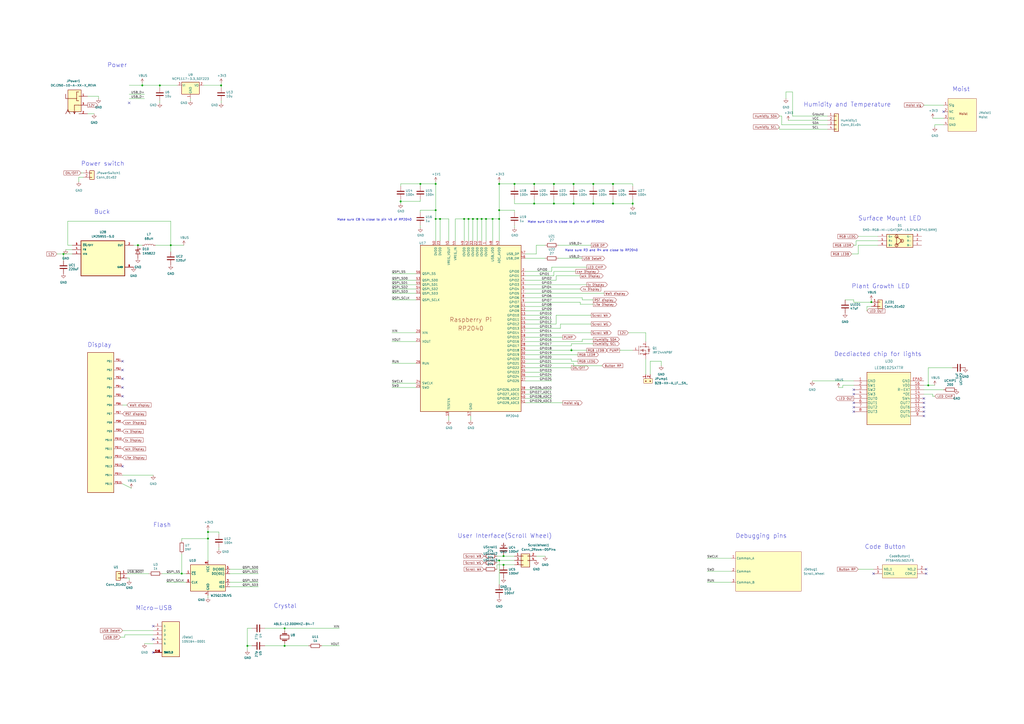
<source format=kicad_sch>
(kicad_sch (version 20211123) (generator eeschema)
  (paper "A2")
  (lib_symbols
    (symbol "105164-0001:105164-0001" (pin_names (offset 1.016))
      (property "Reference" "J" (at -5.08 10.1854 0))
      (property "Value" "105164-0001" (at -5.08 -12.7 0))
      (symbol "105164-0001_0_0"
        (pin passive line (at -10.16 7.62 0) (length 5.08) (name "1") (number "1"))
        (pin passive line (at -10.16 5.08 0) (length 5.08) (name "2") (number "2"))
        (pin passive line (at -10.16 2.54 0) (length 5.08) (name "3") (number "3"))
        (pin passive line (at -10.16 0 0) (length 5.08) (name "4") (number "4"))
        (pin passive line (at -10.16 -2.54 0) (length 5.08) (name "5") (number "5"))
        (pin passive line (at -10.16 -7.62 0) (length 5.08) (name "SHIELD") (number "SH1"))
        (pin passive line (at -10.16 -7.62 0) (length 5.08) (name "SHIELD") (number "SH2"))
        (pin passive line (at -10.16 -7.62 0) (length 5.08) (name "SHIELD") (number "SH3"))
        (pin passive line (at -10.16 -7.62 0) (length 5.08) (name "SHIELD") (number "SH4"))
        (pin passive line (at -10.16 -7.62 0) (length 5.08) (name "SHIELD") (number "SH5"))
        (pin passive line (at -10.16 -7.62 0) (length 5.08) (name "SHIELD") (number "SH6"))
      )
    )
    (symbol "2022-11-04_22-52-50:LED8102SXTTR" (pin_names (offset 0.254))
      (property "Reference" "U" (at 20.32 10.16 0))
      (property "Value" "LED8102SXTTR" (at 20.32 7.62 0))
      (symbol "LED8102SXTTR_1_1"
        (pin power_in line (at 0 0 0) (length 7.62) (name "GND") (number "1"))
        (pin output line (at 40.64 -17.78 180) (length 7.62) (name "OUT5") (number "10"))
        (pin output line (at 40.64 -15.24 180) (length 7.62) (name "OUT6") (number "11"))
        (pin output line (at 40.64 -12.7 180) (length 7.62) (name "OUT7") (number "12"))
        (pin input line (at 40.64 -10.16 180) (length 7.62) (name "SW4") (number "13"))
        (pin input line (at 40.64 -7.62 180) (length 7.62) (name "*OE") (number "14"))
        (pin unspecified line (at 40.64 -5.08 180) (length 7.62) (name "R-EXT") (number "15"))
        (pin power_in line (at 40.64 -2.54 180) (length 7.62) (name "VDD") (number "16"))
        (pin input line (at 0 -2.54 0) (length 7.62) (name "SW1") (number "2"))
        (pin input line (at 0 -5.08 0) (length 7.62) (name "SW2") (number "3"))
        (pin input line (at 0 -7.62 0) (length 7.62) (name "SW3") (number "4"))
        (pin output line (at 0 -10.16 0) (length 7.62) (name "OUT0") (number "5"))
        (pin output line (at 0 -12.7 0) (length 7.62) (name "OUT1") (number "6"))
        (pin output line (at 0 -15.24 0) (length 7.62) (name "OUT2") (number "7"))
        (pin output line (at 0 -17.78 0) (length 7.62) (name "OUT3") (number "8"))
        (pin output line (at 40.64 -20.32 180) (length 7.62) (name "OUT4") (number "9"))
        (pin power_in line (at 40.64 0 180) (length 7.62) (name "GND") (number "EPAD"))
      )
    )
    (symbol "Connector_Generic:Conn_01x02" (pin_names (offset 1.016) hide)
      (property "Reference" "J" (at 0 2.54 0))
      (property "Value" "Conn_01x02" (at 0 -5.08 0))
      (symbol "Conn_01x02_1_1"
        (pin passive line (at -5.08 0 0) (length 3.81) (name "Pin_1") (number "1"))
        (pin passive line (at -5.08 -2.54 0) (length 3.81) (name "Pin_2") (number "2"))
      )
    )
    (symbol "Connector_Generic:Conn_01x04" (pin_names (offset 1.016) hide)
      (property "Reference" "J" (at 0 5.08 0))
      (property "Value" "Conn_01x04" (at 0 -7.62 0))
      (symbol "Conn_01x04_1_1"
        (pin passive line (at -5.08 2.54 0) (length 3.81) (name "Pin_1") (number "1"))
        (pin passive line (at -5.08 0 0) (length 3.81) (name "Pin_2") (number "2"))
        (pin passive line (at -5.08 -2.54 0) (length 3.81) (name "Pin_3") (number "3"))
        (pin passive line (at -5.08 -5.08 0) (length 3.81) (name "Pin_4") (number "4"))
      )
    )
    (symbol "Connector_Generic:Conn_2Rows-05Pins" (pin_names (offset 1.016) hide)
      (property "Reference" "J" (at 1.27 5.08 0))
      (property "Value" "Conn_2Rows-05Pins" (at 1.27 -5.08 0))
      (symbol "Conn_2Rows-05Pins_1_1"
        (pin passive line (at -5.08 2.54 0) (length 3.81) (name "Pin_1") (number "1"))
        (pin passive line (at 7.62 2.54 180) (length 3.81) (name "Pin_2") (number "2"))
        (pin passive line (at -5.08 0 0) (length 3.81) (name "Pin_3") (number "3"))
        (pin passive line (at 7.62 0 180) (length 3.81) (name "Pin_4") (number "4"))
        (pin passive line (at -5.08 -2.54 0) (length 3.81) (name "Pin_5") (number "5"))
      )
    )
    (symbol "DCJ250-10-A-XX-X_REVA:DCJ250-10-A-XX-X_REVA" (pin_names (offset 1.016) hide)
      (property "Reference" "J" (at -7.62 7.62 0))
      (property "Value" "DCJ250-10-A-XX-X_REVA" (at -7.6454 -7.6454 0))
      (symbol "DCJ250-10-A-XX-X_REVA_0_0"
        (pin passive line (at 7.62 5.08 180) (length 5.08) (name "~") (number "1"))
        (pin passive line (at 7.62 -5.08 180) (length 5.08) (name "~") (number "2"))
        (pin passive line (at 7.62 0 180) (length 5.08) (name "~") (number "3"))
      )
    )
    (symbol "Device:C" (pin_numbers hide) (pin_names (offset 0.254))
      (property "Reference" "C" (at 0.635 2.54 0))
      (property "Value" "C" (at 0.635 -2.54 0))
      (symbol "C_1_1"
        (pin passive line (at 0 3.81 270) (length 2.794) (name "~") (number "1"))
        (pin passive line (at 0 -3.81 90) (length 2.794) (name "~") (number "2"))
      )
    )
    (symbol "Device:Crystal" (pin_numbers hide) (pin_names (offset 1.016) hide)
      (property "Reference" "Y" (at 0 3.81 0))
      (property "Value" "Crystal" (at 0 -3.81 0))
      (symbol "Crystal_1_1"
        (pin passive line (at -3.81 0 0) (length 1.27) (name "1") (number "1"))
        (pin passive line (at 3.81 0 180) (length 1.27) (name "2") (number "2"))
      )
    )
    (symbol "Device:L" (pin_numbers hide) (pin_names (offset 1.016) hide)
      (property "Reference" "L" (at -1.27 0 90))
      (property "Value" "L" (at 1.905 0 90))
      (symbol "L_1_1"
        (pin passive line (at 0 3.81 270) (length 1.27) (name "1") (number "1"))
        (pin passive line (at 0 -3.81 90) (length 1.27) (name "2") (number "2"))
      )
    )
    (symbol "Device:R" (pin_numbers hide) (pin_names (offset 0))
      (property "Reference" "R" (at 2.032 0 90))
      (property "Value" "R" (at 0 0 90))
      (symbol "R_1_1"
        (pin passive line (at 0 3.81 270) (length 1.27) (name "~") (number "1"))
        (pin passive line (at 0 -3.81 90) (length 1.27) (name "~") (number "2"))
      )
    )
    (symbol "Diode:1N5822" (pin_numbers hide) (pin_names (offset 1.016) hide)
      (property "Reference" "D" (at 0 2.54 0))
      (property "Value" "1N5822" (at 0 -2.54 0))
      (symbol "1N5822_1_1"
        (pin passive line (at -3.81 0 0) (length 2.54) (name "K") (number "1"))
        (pin passive line (at 3.81 0 180) (length 2.54) (name "A") (number "2"))
      )
    )
    (symbol "LM2595S-ADJ:LM2595S-ADJ" (pin_names (offset 1.016))
      (property "Reference" "U" (at -12.7 11.1506 0))
      (property "Value" "LM2595S-ADJ" (at -12.7 -14.1478 0))
      (symbol "LM2595S-ADJ_0_0"
        (pin input line (at -17.78 2.54 0) (length 5.08) (name "VIN") (number "1"))
        (pin output line (at 17.78 7.62 180) (length 5.08) (name "OUT") (number "2"))
        (pin power_in line (at 17.78 -5.08 180) (length 5.08) (name "GND") (number "3"))
        (pin input line (at -17.78 5.08 0) (length 5.08) (name "FB") (number "4"))
        (pin input line (at -17.78 7.62 0) (length 5.08) (name "~{ON}/OFF") (number "5"))
        (pin power_in line (at 17.78 -5.08 180) (length 5.08) (name "GND") (number "6"))
      )
    )
    (symbol "Memory_Flash:W25Q128JVS"
      (property "Reference" "U" (at -8.89 8.89 0))
      (property "Value" "W25Q128JVS" (at 7.62 8.89 0))
      (symbol "W25Q128JVS_1_1"
        (pin input line (at -12.7 2.54 0) (length 2.54) (name "~{CS}") (number "1"))
        (pin bidirectional line (at 12.7 2.54 180) (length 2.54) (name "DO(IO1)") (number "2"))
        (pin bidirectional line (at 12.7 -2.54 180) (length 2.54) (name "IO2") (number "3"))
        (pin power_in line (at 0 -10.16 90) (length 2.54) (name "GND") (number "4"))
        (pin bidirectional line (at 12.7 5.08 180) (length 2.54) (name "DI(IO0)") (number "5"))
        (pin input line (at -12.7 -2.54 0) (length 2.54) (name "CLK") (number "6"))
        (pin bidirectional line (at 12.7 -5.08 180) (length 2.54) (name "IO3") (number "7"))
        (pin power_in line (at 0 10.16 270) (length 2.54) (name "VCC") (number "8"))
      )
    )
    (symbol "New_Library:Moist"
      (property "Reference" "U31" (at 1.27 -3.1749 0))
      (property "Value" "Moist" (at 1.27 -5.7149 0))
      (symbol "Moist_0_0"
        (text "Moist" (at -7.62 -3.81 0) (effects (font (size 1.27 1.27))))
      )
      (symbol "Moist_1_1"
        (pin input line (at -19.05 1.27 0) (length 2.54) (name "Sig") (number "1"))
        (pin unspecified line (at -19.05 -2.54 0) (length 2.54) (name "NC") (number "2"))
        (pin power_in line (at -19.05 -6.35 0) (length 2.54) (name "Vcc") (number "3"))
        (pin output line (at -19.05 -10.16 0) (length 2.54) (name "GND") (number "4"))
      )
    )
    (symbol "New_Library:Scroll_Wheel"
      (property "Reference" "J" (at 0 0 0))
      (property "Value" "Scroll_Wheel" (at 0 0 0))
      (symbol "Scroll_Wheel_1_1"
        (pin input line (at -21.59 -7.62 0) (length 2.54) (name "Common_A") (number "1"))
        (pin input line (at -21.59 -15.24 0) (length 2.54) (name "Common") (number "2"))
        (pin input line (at -21.59 -21.59 0) (length 2.54) (name "Common_B") (number "3"))
      )
    )
    (symbol "PPTC151LFBN-RC:PPTC151LFBN-RC" (pin_names (offset 1.016))
      (symbol "PPTC151LFBN-RC_0_0"
        (pin bidirectional line (at 15.24 35.56 180) (length 5.08) (name "P$1") (number "P$1"))
        (pin bidirectional line (at 15.24 -10.16 180) (length 5.08) (name "P$10") (number "P$10"))
        (pin bidirectional line (at 15.24 -15.24 180) (length 5.08) (name "P$11") (number "P$11"))
        (pin bidirectional line (at 15.24 -20.32 180) (length 5.08) (name "P$12") (number "P$12"))
        (pin bidirectional line (at 15.24 -25.4 180) (length 5.08) (name "P$13") (number "P$13"))
        (pin bidirectional line (at 15.24 -30.48 180) (length 5.08) (name "P$14") (number "P$14"))
        (pin bidirectional line (at 15.24 -35.56 180) (length 5.08) (name "P$15") (number "P$15"))
        (pin bidirectional line (at 15.24 30.48 180) (length 5.08) (name "P$2") (number "P$2"))
        (pin bidirectional line (at 15.24 25.4 180) (length 5.08) (name "P$3") (number "P$3"))
        (pin bidirectional line (at 15.24 20.32 180) (length 5.08) (name "P$4") (number "P$4"))
        (pin bidirectional line (at 15.24 15.24 180) (length 5.08) (name "P$5") (number "P$5"))
        (pin bidirectional line (at 15.24 10.16 180) (length 5.08) (name "P$6") (number "P$6"))
        (pin bidirectional line (at 15.24 5.08 180) (length 5.08) (name "P$7") (number "P$7"))
        (pin bidirectional line (at 15.24 0 180) (length 5.08) (name "P$8") (number "P$8"))
        (pin bidirectional line (at 15.24 -5.08 180) (length 5.08) (name "P$9") (number "P$9"))
      )
    )
    (symbol "PTS645SL502LFS:PTS645SL502LFS" (pin_names (offset 0.762))
      (property "Reference" "S" (at 26.67 7.62 0))
      (property "Value" "PTS645SL502LFS" (at 26.67 5.08 0))
      (symbol "PTS645SL502LFS_0_0"
        (pin passive line (at 0 0 0) (length 5.08) (name "NO_1") (number "1"))
        (pin passive line (at 30.48 0 180) (length 5.08) (name "NO_2") (number "2"))
        (pin passive line (at 0 -2.54 0) (length 5.08) (name "COM_1") (number "3"))
        (pin passive line (at 30.48 -2.54 180) (length 5.08) (name "COM_2") (number "4"))
      )
    )
    (symbol "RP2040_minimal-rescue:RP2040-MCU_RaspberryPi_RP2040" (pin_names (offset 1.016))
      (property "Reference" "U" (at -29.21 49.53 0))
      (property "Value" "RP2040-MCU_RaspberryPi_RP2040" (at 24.13 -49.53 0))
      (symbol "RP2040-MCU_RaspberryPi_RP2040_0_0"
        (text "Raspberry Pi" (at 0 5.08 0) (effects (font (size 2.54 2.54))))
        (text "RP2040" (at 0 0 0) (effects (font (size 2.54 2.54))))
      )
      (symbol "RP2040-MCU_RaspberryPi_RP2040_1_1"
        (pin power_in line (at 8.89 50.8 270) (length 2.54) (name "IOVDD") (number "1"))
        (pin power_in line (at 6.35 50.8 270) (length 2.54) (name "IOVDD") (number "10"))
        (pin bidirectional line (at 31.75 12.7 180) (length 2.54) (name "GPIO8") (number "11"))
        (pin bidirectional line (at 31.75 10.16 180) (length 2.54) (name "GPIO9") (number "12"))
        (pin bidirectional line (at 31.75 7.62 180) (length 2.54) (name "GPIO10") (number "13"))
        (pin bidirectional line (at 31.75 5.08 180) (length 2.54) (name "GPIO11") (number "14"))
        (pin bidirectional line (at 31.75 2.54 180) (length 2.54) (name "GPIO12") (number "15"))
        (pin bidirectional line (at 31.75 0 180) (length 2.54) (name "GPIO13") (number "16"))
        (pin bidirectional line (at 31.75 -2.54 180) (length 2.54) (name "GPIO14") (number "17"))
        (pin bidirectional line (at 31.75 -5.08 180) (length 2.54) (name "GPIO15") (number "18"))
        (pin passive line (at -12.7 -50.8 90) (length 2.54) (name "TESTEN") (number "19"))
        (pin bidirectional line (at 31.75 33.02 180) (length 2.54) (name "GPIO0") (number "2"))
        (pin input line (at -31.75 -2.54 0) (length 2.54) (name "XIN") (number "20"))
        (pin passive line (at -31.75 -7.62 0) (length 2.54) (name "XOUT") (number "21"))
        (pin power_in line (at 3.81 50.8 270) (length 2.54) (name "IOVDD") (number "22"))
        (pin power_in line (at -17.78 50.8 270) (length 2.54) (name "DVDD") (number "23"))
        (pin output line (at -31.75 -31.75 0) (length 2.54) (name "SWCLK") (number "24"))
        (pin bidirectional line (at -31.75 -34.29 0) (length 2.54) (name "SWD") (number "25"))
        (pin input line (at -31.75 -20.32 0) (length 2.54) (name "RUN") (number "26"))
        (pin bidirectional line (at 31.75 -7.62 180) (length 2.54) (name "GPIO16") (number "27"))
        (pin bidirectional line (at 31.75 -10.16 180) (length 2.54) (name "GPIO17") (number "28"))
        (pin bidirectional line (at 31.75 -12.7 180) (length 2.54) (name "GPIO18") (number "29"))
        (pin bidirectional line (at 31.75 30.48 180) (length 2.54) (name "GPIO1") (number "3"))
        (pin bidirectional line (at 31.75 -15.24 180) (length 2.54) (name "GPIO19") (number "30"))
        (pin bidirectional line (at 31.75 -17.78 180) (length 2.54) (name "GPIO20") (number "31"))
        (pin bidirectional line (at 31.75 -20.32 180) (length 2.54) (name "GPIO21") (number "32"))
        (pin power_in line (at 1.27 50.8 270) (length 2.54) (name "IOVDD") (number "33"))
        (pin bidirectional line (at 31.75 -22.86 180) (length 2.54) (name "GPIO22") (number "34"))
        (pin bidirectional line (at 31.75 -25.4 180) (length 2.54) (name "GPIO23") (number "35"))
        (pin bidirectional line (at 31.75 -27.94 180) (length 2.54) (name "GPIO24") (number "36"))
        (pin bidirectional line (at 31.75 -30.48 180) (length 2.54) (name "GPIO25") (number "37"))
        (pin bidirectional line (at 31.75 -35.56 180) (length 2.54) (name "GPIO26_ADC0") (number "38"))
        (pin bidirectional line (at 31.75 -38.1 180) (length 2.54) (name "GPIO27_ADC1") (number "39"))
        (pin bidirectional line (at 31.75 27.94 180) (length 2.54) (name "GPIO2") (number "4"))
        (pin bidirectional line (at 31.75 -40.64 180) (length 2.54) (name "GPIO28_ADC2") (number "40"))
        (pin bidirectional line (at 31.75 -43.18 180) (length 2.54) (name "GPIO29_ADC3") (number "41"))
        (pin power_in line (at -1.27 50.8 270) (length 2.54) (name "IOVDD") (number "42"))
        (pin power_in line (at 16.51 50.8 270) (length 2.54) (name "ADC_AVDD") (number "43"))
        (pin power_in line (at -8.89 50.8 270) (length 2.54) (name "VREG_IN") (number "44"))
        (pin power_out line (at -12.7 50.8 270) (length 2.54) (name "VREG_VOUT") (number "45"))
        (pin bidirectional line (at 31.75 40.64 180) (length 2.54) (name "USB_DM") (number "46"))
        (pin bidirectional line (at 31.75 43.18 180) (length 2.54) (name "USB_DP") (number "47"))
        (pin power_in line (at 12.7 50.8 270) (length 2.54) (name "USB_VDD") (number "48"))
        (pin power_in line (at -3.81 50.8 270) (length 2.54) (name "IOVDD") (number "49"))
        (pin bidirectional line (at 31.75 25.4 180) (length 2.54) (name "GPIO3") (number "5"))
        (pin power_in line (at -20.32 50.8 270) (length 2.54) (name "DVDD") (number "50"))
        (pin bidirectional line (at -31.75 20.32 0) (length 2.54) (name "QSPI_SD3") (number "51"))
        (pin output line (at -31.75 16.51 0) (length 2.54) (name "QSPI_SCLK") (number "52"))
        (pin bidirectional line (at -31.75 27.94 0) (length 2.54) (name "QSPI_SD0") (number "53"))
        (pin bidirectional line (at -31.75 22.86 0) (length 2.54) (name "QSPI_SD2") (number "54"))
        (pin bidirectional line (at -31.75 25.4 0) (length 2.54) (name "QSPI_SD1") (number "55"))
        (pin bidirectional line (at -31.75 31.75 0) (length 2.54) (name "QSPI_SS") (number "56"))
        (pin power_in line (at 0 -50.8 90) (length 2.54) (name "GND") (number "57"))
        (pin bidirectional line (at 31.75 22.86 180) (length 2.54) (name "GPIO4") (number "6"))
        (pin bidirectional line (at 31.75 20.32 180) (length 2.54) (name "GPIO5") (number "7"))
        (pin bidirectional line (at 31.75 17.78 180) (length 2.54) (name "GPIO6") (number "8"))
        (pin bidirectional line (at 31.75 15.24 180) (length 2.54) (name "GPIO7") (number "9"))
      )
    )
    (symbol "Regulator_Linear:NCP1117-3.3_SOT223" (pin_names (offset 0.254))
      (property "Reference" "U" (at -3.81 3.175 0))
      (property "Value" "NCP1117-3.3_SOT223" (at 0 3.175 0))
      (symbol "NCP1117-3.3_SOT223_1_1"
        (pin power_in line (at 0 -7.62 90) (length 2.54) (name "GND") (number "1"))
        (pin power_out line (at 7.62 0 180) (length 2.54) (name "VO") (number "2"))
        (pin power_in line (at -7.62 0 0) (length 2.54) (name "VI") (number "3"))
      )
    )
    (symbol "SMD-RGB-HI-LIGHT_6P-L5.0_W5.0_H1.5MM_:SMD-RGB-HI-LIGHT(6P-L5.0*W5.0*H1.5MM)" (pin_names (offset 1.016))
      (property "Reference" "D" (at -7.62 3.81 0))
      (property "Value" "SMD-RGB-HI-LIGHT(6P-L5.0*W5.0*H1.5MM)" (at 0 3.81 0))
      (symbol "SMD-RGB-HI-LIGHT(6P-L5.0*W5.0*H1.5MM)_0_0"
        (pin bidirectional line (at 12.7 -2.54 180) (length 5.08) (name "B-") (number "1"))
        (pin bidirectional line (at 12.7 0 180) (length 5.08) (name "R-") (number "2"))
        (pin bidirectional line (at 12.7 2.54 180) (length 5.08) (name "G-") (number "3"))
        (pin bidirectional line (at -12.7 2.54 0) (length 5.08) (name "G+") (number "4"))
        (pin bidirectional line (at -12.7 0 0) (length 5.08) (name "R+") (number "5"))
        (pin bidirectional line (at -12.7 -2.54 0) (length 5.08) (name "B+") (number "6"))
      )
    )
    (symbol "dk_Rectangular-Connectors-Headers-Male-Pins:B2B-XH-A_LF__SN_" (pin_names (offset 1.016))
      (property "Reference" "J" (at -2.54 -1.27 0))
      (property "Value" "B2B-XH-A_LF__SN_" (at 1.27 -3.81 0))
      (symbol "B2B-XH-A_LF__SN__1_1"
        (pin passive line (at 0 2.54 270) (length 2.54) (name "~") (number "1"))
        (pin passive line (at 2.54 2.54 270) (length 2.54) (name "~") (number "2"))
      )
    )
    (symbol "eec:IRFZ44NPBF" (pin_names (offset 1.016))
      (property "Reference" "Q" (at 0 7.62 0))
      (property "Value" "IRFZ44NPBF" (at 0 10.16 0))
      (symbol "IRFZ44NPBF_1_1"
        (pin unspecified line (at 2.54 0 0) (length 3.556) (name "GATE") (number "1"))
        (pin unspecified line (at 10.16 5.08 270) (length 3.048) (name "DRAIN") (number "2"))
        (pin unspecified line (at 10.16 -5.08 90) (length 5.08) (name "SOURCE") (number "3"))
      )
    )
    (symbol "power:+1V1" (power) (pin_names (offset 0))
      (property "Value" "+1V1" (at 0 3.556 0))
      (symbol "+1V1_1_1"
        (pin power_in line (at 0 0 90) (length 0) hide (name "+1V1") (number "1"))
      )
    )
    (symbol "power:+3V3" (power) (pin_names (offset 0))
      (property "Value" "+3V3" (at 0 3.556 0))
      (symbol "+3V3_1_1"
        (pin power_in line (at 0 0 90) (length 0) hide (name "+3V3") (number "1"))
      )
    )
    (symbol "power:GND" (power) (pin_names (offset 0))
      (property "Value" "GND" (at 0 -3.81 0))
      (symbol "GND_1_1"
        (pin power_in line (at 0 0 270) (length 0) hide (name "GND") (number "1"))
      )
    )
    (symbol "power:VBUS" (power) (pin_names (offset 0))
      (property "Value" "VBUS" (at 0 3.81 0))
      (symbol "VBUS_1_1"
        (pin power_in line (at 0 0 90) (length 0) hide (name "VBUS") (number "1"))
      )
    )
  )
  (junction (at 289.56 325.12))
  (junction (at 252.73 127))
  (junction (at 332.74 106.68))
  (junction (at 120.65 308.61))
  (junction (at 321.31 118.11))
  (junction (at 332.74 118.11))
  (junction (at 344.17 106.68))
  (junction (at 252.73 106.68))
  (junction (at 255.27 127))
  (junction (at 274.32 127))
  (junction (at 505.46 175.26))
  (junction (at 367.03 118.11))
  (junction (at 344.17 118.11))
  (junction (at 232.41 116.84))
  (junction (at 99.06 142.24))
  (junction (at 538.48 223.52))
  (junction (at 292.1 327.66))
  (junction (at 331.47 203.2))
  (junction (at 281.94 127))
  (junction (at 321.31 106.68))
  (junction (at 298.45 106.68))
  (junction (at 279.4 127))
  (junction (at 276.86 127))
  (junction (at 355.6 118.11))
  (junction (at 355.6 106.68))
  (junction (at 292.1 322.58))
  (junction (at 285.75 127))
  (junction (at 128.27 49.53))
  (junction (at 165.1 374.65))
  (junction (at 289.56 127))
  (junction (at 309.88 118.11))
  (junction (at 143.51 374.65))
  (junction (at 269.24 127))
  (junction (at 243.84 106.68))
  (junction (at 252.73 121.92))
  (junction (at 289.56 121.92))
  (junction (at 80.01 142.24))
  (junction (at 105.41 332.74))
  (junction (at 165.1 364.49))
  (junction (at 289.56 106.68))
  (junction (at 36.83 147.32))
  (junction (at 120.65 312.42))
  (junction (at 82.55 49.53))
  (junction (at 309.88 106.68))
  (junction (at 271.78 127))
  (junction (at 92.71 49.53))
  (no_connect (at 71.12 270.51))
  (no_connect (at 535.94 231.14))
  (no_connect (at 88.9 363.22))
  (no_connect (at 495.3 228.6))
  (no_connect (at 495.3 226.06))
  (no_connect (at 547.37 64.77))
  (no_connect (at 88.9 378.46))
  (no_connect (at 71.12 214.63))
  (no_connect (at 71.12 209.55))
  (no_connect (at 74.93 59.69))
  (no_connect (at 537.21 330.2))
  (no_connect (at 506.73 332.74))
  (no_connect (at 537.21 332.74))
  (no_connect (at 71.12 219.71))
  (no_connect (at 88.9 370.84))
  (no_connect (at 71.12 224.79))
  (no_connect (at 71.12 229.87))
  (no_connect (at 495.3 233.68))
  (no_connect (at 495.3 236.22))
  (no_connect (at 495.3 238.76))
  (no_connect (at 535.94 238.76))
  (no_connect (at 535.94 241.3))
  (no_connect (at 535.94 236.22))
  (no_connect (at 535.94 233.68))
  (wire (pts (xy 186.69 374.65) (xy 196.85 374.65)))
  (wire (pts (xy 50.8 66.04) (xy 54.61 66.04)))
  (wire (pts (xy 496.57 139.7) (xy 496.57 142.24)))
  (wire (pts (xy 127 317.5) (xy 127 318.77)))
  (wire (pts (xy 453.39 72.39) (xy 453.39 67.31)))
  (wire (pts (xy 241.3 222.25) (xy 227.33 222.25)))
  (wire (pts (xy 332.74 212.09) (xy 349.25 212.09)))
  (wire (pts (xy 331.47 203.2) (xy 331.47 201.93)))
  (wire (pts (xy 304.8 205.74) (xy 335.28 205.74)))
  (wire (pts (xy 344.17 107.95) (xy 344.17 106.68)))
  (wire (pts (xy 321.31 160.02) (xy 321.31 157.48)))
  (wire (pts (xy 292.1 327.66) (xy 288.29 327.66)))
  (wire (pts (xy 424.18 337.82) (xy 410.21 337.82)))
  (wire (pts (xy 289.56 105.41) (xy 289.56 106.68)))
  (wire (pts (xy 495.3 223.52) (xy 488.95 223.52)))
  (wire (pts (xy 496.57 139.7) (xy 509.27 139.7)))
  (wire (pts (xy 502.92 177.8) (xy 502.92 180.34)))
  (wire (pts (xy 128.27 58.42) (xy 128.27 59.69)))
  (wire (pts (xy 46.99 100.33) (xy 48.26 100.33)))
  (wire (pts (xy 276.86 127) (xy 279.4 127)))
  (wire (pts (xy 364.49 193.04) (xy 374.65 193.04)))
  (wire (pts (xy 321.31 107.95) (xy 321.31 106.68)))
  (wire (pts (xy 304.8 198.12) (xy 337.82 198.12)))
  (wire (pts (xy 304.8 177.8) (xy 320.04 177.8)))
  (wire (pts (xy 452.12 74.93) (xy 452.12 73.66)))
  (wire (pts (xy 288.29 327.66) (xy 288.29 330.2)))
  (wire (pts (xy 252.73 106.68) (xy 252.73 121.92)))
  (wire (pts (xy 165.1 374.65) (xy 179.07 374.65)))
  (wire (pts (xy 232.41 116.84) (xy 243.84 116.84)))
  (wire (pts (xy 243.84 130.81) (xy 243.84 132.08)))
  (wire (pts (xy 332.74 106.68) (xy 344.17 106.68)))
  (wire (pts (xy 331.47 203.2) (xy 340.36 203.2)))
  (wire (pts (xy 535.94 228.6) (xy 541.02 228.6)))
  (wire (pts (xy 331.47 199.39) (xy 344.17 199.39)))
  (wire (pts (xy 325.12 187.96) (xy 325.12 190.5)))
  (wire (pts (xy 497.84 147.32) (xy 494.03 147.32)))
  (wire (pts (xy 332.74 210.82) (xy 332.74 212.09)))
  (wire (pts (xy 321.31 157.48) (xy 334.01 157.48)))
  (wire (pts (xy 337.82 172.72) (xy 337.82 173.99)))
  (wire (pts (xy 88.9 275.59) (xy 71.12 275.59)))
  (wire (pts (xy 255.27 127) (xy 252.73 127)))
  (wire (pts (xy 243.84 107.95) (xy 243.84 106.68)))
  (wire (pts (xy 309.88 106.68) (xy 321.31 106.68)))
  (wire (pts (xy 321.31 115.57) (xy 321.31 118.11)))
  (wire (pts (xy 374.65 208.28) (xy 374.65 217.17)))
  (wire (pts (xy 332.74 107.95) (xy 332.74 106.68)))
  (wire (pts (xy 127 309.88) (xy 127 308.61)))
  (wire (pts (xy 535.94 60.96) (xy 547.37 60.96)))
  (wire (pts (xy 120.65 307.34) (xy 120.65 308.61)))
  (wire (pts (xy 281.94 127) (xy 281.94 139.7)))
  (wire (pts (xy 336.55 175.26) (xy 336.55 176.53)))
  (wire (pts (xy 252.73 105.41) (xy 252.73 106.68)))
  (wire (pts (xy 377.19 209.55) (xy 383.54 209.55)))
  (wire (pts (xy 38.1 144.78) (xy 41.91 144.78)))
  (wire (pts (xy 92.71 58.42) (xy 92.71 59.69)))
  (wire (pts (xy 271.78 139.7) (xy 271.78 127)))
  (wire (pts (xy 355.6 118.11) (xy 344.17 118.11)))
  (wire (pts (xy 71.12 234.95) (xy 73.66 234.95)))
  (wire (pts (xy 289.56 121.92) (xy 289.56 127)))
  (wire (pts (xy 304.8 160.02) (xy 321.31 160.02)))
  (wire (pts (xy 298.45 123.19) (xy 298.45 121.92)))
  (wire (pts (xy 332.74 118.11) (xy 321.31 118.11)))
  (wire (pts (xy 274.32 127) (xy 276.86 127)))
  (wire (pts (xy 252.73 127) (xy 252.73 139.7)))
  (wire (pts (xy 232.41 107.95) (xy 232.41 106.68)))
  (wire (pts (xy 73.66 335.28) (xy 74.93 335.28)))
  (wire (pts (xy 241.3 198.12) (xy 227.33 198.12)))
  (wire (pts (xy 377.19 217.17) (xy 377.19 209.55)))
  (wire (pts (xy 367.03 115.57) (xy 367.03 118.11)))
  (wire (pts (xy 146.05 374.65) (xy 143.51 374.65)))
  (wire (pts (xy 355.6 118.11) (xy 367.03 118.11)))
  (wire (pts (xy 241.3 158.75) (xy 227.33 158.75)))
  (wire (pts (xy 74.93 54.61) (xy 83.82 54.61)))
  (wire (pts (xy 304.8 218.44) (xy 320.04 218.44)))
  (wire (pts (xy 322.58 160.02) (xy 336.55 160.02)))
  (wire (pts (xy 86.36 332.74) (xy 73.66 332.74)))
  (wire (pts (xy 36.83 147.32) (xy 36.83 151.13)))
  (wire (pts (xy 304.8 203.2) (xy 331.47 203.2)))
  (wire (pts (xy 496.57 142.24) (xy 495.3 142.24)))
  (wire (pts (xy 288.29 325.12) (xy 288.29 326.39)))
  (wire (pts (xy 82.55 48.26) (xy 82.55 49.53)))
  (wire (pts (xy 488.95 224.79) (xy 486.41 224.79)))
  (wire (pts (xy 143.51 364.49) (xy 143.51 374.65)))
  (wire (pts (xy 99.06 142.24) (xy 106.68 142.24)))
  (wire (pts (xy 304.8 175.26) (xy 336.55 175.26)))
  (wire (pts (xy 289.56 127) (xy 289.56 139.7)))
  (wire (pts (xy 452.12 67.31) (xy 453.39 67.31)))
  (wire (pts (xy 99.06 142.24) (xy 99.06 146.05)))
  (wire (pts (xy 133.35 337.82) (xy 149.86 337.82)))
  (wire (pts (xy 344.17 118.11) (xy 332.74 118.11)))
  (wire (pts (xy 355.6 115.57) (xy 355.6 118.11)))
  (wire (pts (xy 304.8 165.1) (xy 340.36 165.1)))
  (wire (pts (xy 459.74 67.31) (xy 459.74 53.34)))
  (wire (pts (xy 322.58 182.88) (xy 322.58 187.96)))
  (wire (pts (xy 118.11 49.53) (xy 128.27 49.53)))
  (wire (pts (xy 120.65 308.61) (xy 120.65 312.42)))
  (wire (pts (xy 304.8 182.88) (xy 320.04 182.88)))
  (wire (pts (xy 340.36 154.94) (xy 320.04 154.94)))
  (wire (pts (xy 424.18 323.85) (xy 410.21 323.85)))
  (wire (pts (xy 505.46 177.8) (xy 502.92 177.8)))
  (wire (pts (xy 304.8 147.32) (xy 311.15 147.32)))
  (wire (pts (xy 535.94 223.52) (xy 538.48 223.52)))
  (wire (pts (xy 82.55 49.53) (xy 92.71 49.53)))
  (wire (pts (xy 304.8 170.18) (xy 350.52 170.18)))
  (wire (pts (xy 323.85 142.24) (xy 342.9 142.24)))
  (wire (pts (xy 383.54 209.55) (xy 383.54 212.09)))
  (wire (pts (xy 281.94 127) (xy 285.75 127)))
  (wire (pts (xy 279.4 139.7) (xy 279.4 127)))
  (wire (pts (xy 497.84 137.16) (xy 509.27 137.16)))
  (wire (pts (xy 304.8 193.04) (xy 342.9 193.04)))
  (wire (pts (xy 505.46 175.26) (xy 495.3 175.26)))
  (wire (pts (xy 344.17 106.68) (xy 355.6 106.68)))
  (wire (pts (xy 309.88 107.95) (xy 309.88 106.68)))
  (wire (pts (xy 255.27 139.7) (xy 255.27 127)))
  (wire (pts (xy 336.55 176.53) (xy 344.17 176.53)))
  (wire (pts (xy 232.41 106.68) (xy 243.84 106.68)))
  (wire (pts (xy 304.8 195.58) (xy 326.39 195.58)))
  (wire (pts (xy 90.17 142.24) (xy 99.06 142.24)))
  (wire (pts (xy 288.29 322.58) (xy 292.1 322.58)))
  (wire (pts (xy 48.26 102.87) (xy 45.72 102.87)))
  (wire (pts (xy 453.39 72.39) (xy 480.06 72.39)))
  (wire (pts (xy 269.24 139.7) (xy 269.24 127)))
  (wire (pts (xy 153.67 374.65) (xy 165.1 374.65)))
  (wire (pts (xy 243.84 106.68) (xy 252.73 106.68)))
  (wire (pts (xy 165.1 364.49) (xy 196.85 364.49)))
  (wire (pts (xy 535.94 226.06) (xy 547.37 226.06)))
  (wire (pts (xy 232.41 115.57) (xy 232.41 116.84)))
  (wire (pts (xy 459.74 53.34) (xy 455.93 53.34)))
  (wire (pts (xy 298.45 106.68) (xy 309.88 106.68)))
  (wire (pts (xy 457.2 69.85) (xy 480.06 69.85)))
  (wire (pts (xy 74.93 57.15) (xy 83.82 57.15)))
  (wire (pts (xy 128.27 50.8) (xy 128.27 49.53)))
  (wire (pts (xy 128.27 49.53) (xy 128.27 48.26)))
  (wire (pts (xy 72.39 368.3) (xy 72.39 369.57)))
  (wire (pts (xy 538.48 213.36) (xy 538.48 223.52)))
  (wire (pts (xy 105.41 312.42) (xy 120.65 312.42)))
  (wire (pts (xy 260.35 139.7) (xy 260.35 127)))
  (wire (pts (xy 298.45 327.66) (xy 292.1 327.66)))
  (wire (pts (xy 165.1 373.38) (xy 165.1 374.65)))
  (wire (pts (xy 547.37 72.39) (xy 542.29 72.39)))
  (wire (pts (xy 304.8 220.98) (xy 320.04 220.98)))
  (wire (pts (xy 359.41 203.2) (xy 367.03 203.2)))
  (wire (pts (xy 542.29 72.39) (xy 542.29 73.66)))
  (wire (pts (xy 76.2 283.21) (xy 71.12 280.67)))
  (wire (pts (xy 74.93 49.53) (xy 82.55 49.53)))
  (wire (pts (xy 279.4 127) (xy 281.94 127)))
  (wire (pts (xy 105.41 313.69) (xy 105.41 312.42)))
  (wire (pts (xy 374.65 193.04) (xy 374.65 198.12)))
  (wire (pts (xy 495.3 175.26) (xy 495.3 173.99)))
  (wire (pts (xy 311.15 142.24) (xy 316.23 142.24)))
  (wire (pts (xy 289.56 325.12) (xy 288.29 325.12)))
  (wire (pts (xy 497.84 330.2) (xy 506.73 330.2)))
  (wire (pts (xy 337.82 173.99) (xy 344.17 173.99)))
  (wire (pts (xy 289.56 106.68) (xy 289.56 121.92)))
  (wire (pts (xy 74.93 335.28) (xy 74.93 336.55)))
  (wire (pts (xy 241.3 224.79) (xy 227.33 224.79)))
  (wire (pts (xy 309.88 118.11) (xy 298.45 118.11)))
  (wire (pts (xy 285.75 139.7) (xy 285.75 127)))
  (wire (pts (xy 93.98 332.74) (xy 105.41 332.74)))
  (wire (pts (xy 264.16 139.7) (xy 264.16 127)))
  (wire (pts (xy 538.48 223.52) (xy 542.29 223.52)))
  (wire (pts (xy 342.9 182.88) (xy 322.58 182.88)))
  (wire (pts (xy 153.67 364.49) (xy 165.1 364.49)))
  (wire (pts (xy 505.46 173.99) (xy 505.46 175.26)))
  (wire (pts (xy 304.8 210.82) (xy 332.74 210.82)))
  (wire (pts (xy 260.35 241.3) (xy 260.35 243.84)))
  (wire (pts (xy 105.41 321.31) (xy 105.41 332.74)))
  (wire (pts (xy 344.17 196.85) (xy 337.82 196.85)))
  (wire (pts (xy 269.24 127) (xy 271.78 127)))
  (wire (pts (xy 304.8 213.36) (xy 331.47 213.36)))
  (wire (pts (xy 252.73 121.92) (xy 252.73 127)))
  (wire (pts (xy 304.8 180.34) (xy 320.04 180.34)))
  (wire (pts (xy 289.56 121.92) (xy 298.45 121.92)))
  (wire (pts (xy 292.1 322.58) (xy 298.45 322.58)))
  (wire (pts (xy 331.47 199.39) (xy 331.47 200.66)))
  (wire (pts (xy 495.3 173.99) (xy 490.22 173.99)))
  (wire (pts (xy 304.8 200.66) (xy 331.47 200.66)))
  (wire (pts (xy 33.02 147.32) (xy 36.83 147.32)))
  (wire (pts (xy 227.33 162.56) (xy 241.3 162.56)))
  (wire (pts (xy 311.15 322.58) (xy 316.23 322.58)))
  (wire (pts (xy 322.58 162.56) (xy 322.58 160.02)))
  (wire (pts (xy 304.8 190.5) (xy 325.12 190.5)))
  (wire (pts (xy 271.78 127) (xy 274.32 127)))
  (wire (pts (xy 344.17 115.57) (xy 344.17 118.11)))
  (wire (pts (xy 120.65 312.42) (xy 120.65 325.12)))
  (wire (pts (xy 285.75 127) (xy 289.56 127)))
  (wire (pts (xy 110.49 57.15) (xy 110.49 58.42)))
  (wire (pts (xy 241.3 210.82) (xy 227.33 210.82)))
  (wire (pts (xy 497.84 142.24) (xy 497.84 147.32)))
  (wire (pts (xy 289.56 106.68) (xy 298.45 106.68)))
  (wire (pts (xy 72.39 369.57) (xy 69.85 369.57)))
  (wire (pts (xy 165.1 365.76) (xy 165.1 364.49)))
  (wire (pts (xy 146.05 364.49) (xy 143.51 364.49)))
  (wire (pts (xy 331.47 209.55) (xy 331.47 208.28)))
  (wire (pts (xy 452.12 74.93) (xy 480.06 74.93)))
  (wire (pts (xy 80.01 142.24) (xy 82.55 142.24)))
  (wire (pts (xy 133.35 332.74) (xy 149.86 332.74)))
  (wire (pts (xy 471.17 220.98) (xy 495.3 220.98)))
  (wire (pts (xy 304.8 233.68) (xy 326.39 233.68)))
  (wire (pts (xy 337.82 196.85) (xy 337.82 198.12)))
  (wire (pts (xy 355.6 106.68) (xy 367.03 106.68)))
  (wire (pts (xy 541.02 229.87) (xy 542.29 229.87)))
  (wire (pts (xy 50.8 55.88) (xy 57.15 55.88)))
  (wire (pts (xy 39.37 128.27) (xy 99.06 128.27)))
  (wire (pts (xy 304.8 187.96) (xy 322.58 187.96)))
  (wire (pts (xy 243.84 123.19) (xy 243.84 121.92)))
  (wire (pts (xy 39.37 142.24) (xy 39.37 128.27)))
  (wire (pts (xy 298.45 130.81) (xy 298.45 132.08)))
  (wire (pts (xy 355.6 107.95) (xy 355.6 106.68)))
  (wire (pts (xy 77.47 142.24) (xy 80.01 142.24)))
  (wire (pts (xy 241.3 173.99) (xy 227.33 173.99)))
  (wire (pts (xy 335.28 209.55) (xy 331.47 209.55)))
  (wire (pts (xy 304.8 228.6) (xy 320.04 228.6)))
  (wire (pts (xy 367.03 107.95) (xy 367.03 106.68)))
  (wire (pts (xy 57.15 55.88) (xy 57.15 57.15)))
  (wire (pts (xy 311.15 142.24) (xy 311.15 147.32)))
  (wire (pts (xy 332.74 115.57) (xy 332.74 118.11)))
  (wire (pts (xy 367.03 118.11) (xy 367.03 119.38)))
  (wire (pts (xy 71.12 365.76) (xy 88.9 365.76)))
  (wire (pts (xy 541.02 228.6) (xy 541.02 229.87)))
  (wire (pts (xy 323.85 149.86) (xy 337.82 149.86)))
  (wire (pts (xy 304.8 231.14) (xy 320.04 231.14)))
  (wire (pts (xy 264.16 127) (xy 269.24 127)))
  (wire (pts (xy 304.8 167.64) (xy 336.55 167.64)))
  (wire (pts (xy 541.02 68.58) (xy 547.37 68.58)))
  (wire (pts (xy 274.32 139.7) (xy 274.32 127)))
  (wire (pts (xy 273.05 241.3) (xy 273.05 243.84)))
  (wire (pts (xy 133.35 330.2) (xy 149.86 330.2)))
  (wire (pts (xy 88.9 368.3) (xy 72.39 368.3)))
  (wire (pts (xy 36.83 147.32) (xy 41.91 147.32)))
  (wire (pts (xy 232.41 116.84) (xy 232.41 118.11)))
  (wire (pts (xy 227.33 170.18) (xy 241.3 170.18)))
  (wire (pts (xy 552.45 213.36) (xy 538.48 213.36)))
  (wire (pts (xy 304.8 226.06) (xy 320.04 226.06)))
  (wire (pts (xy 143.51 374.65) (xy 143.51 377.19)))
  (wire (pts (xy 298.45 115.57) (xy 298.45 118.11)))
  (wire (pts (xy 127 308.61) (xy 120.65 308.61)))
  (wire (pts (xy 298.45 107.95) (xy 298.45 106.68)))
  (wire (pts (xy 455.93 53.34) (xy 455.93 57.15)))
  (wire (pts (xy 92.71 50.8) (xy 92.71 49.53)))
  (wire (pts (xy 304.8 215.9) (xy 320.04 215.9)))
  (wire (pts (xy 424.18 331.47) (xy 410.21 331.47)))
  (wire (pts (xy 243.84 116.84) (xy 243.84 115.57)))
  (wire (pts (xy 304.8 208.28) (xy 331.47 208.28)))
  (wire (pts (xy 227.33 165.1) (xy 241.3 165.1)))
  (wire (pts (xy 304.8 157.48) (xy 320.04 157.48)))
  (wire (pts (xy 99.06 128.27) (xy 99.06 142.24)))
  (wire (pts (xy 289.56 325.12) (xy 289.56 339.09)))
  (wire (pts (xy 227.33 167.64) (xy 241.3 167.64)))
  (wire (pts (xy 260.35 127) (xy 255.27 127)))
  (wire (pts (xy 120.65 345.44) (xy 120.65 346.71)))
  (wire (pts (xy 45.72 102.87) (xy 45.72 105.41)))
  (wire (pts (xy 133.35 340.36) (xy 149.86 340.36)))
  (wire (pts (xy 83.82 373.38) (xy 88.9 373.38)))
  (wire (pts (xy 105.41 332.74) (xy 107.95 332.74)))
  (wire (pts (xy 320.04 154.94) (xy 320.04 157.48)))
  (wire (pts (xy 276.86 139.7) (xy 276.86 127)))
  (wire (pts (xy 488.95 223.52) (xy 488.95 224.79)))
  (wire (pts (xy 304.8 162.56) (xy 322.58 162.56)))
  (wire (pts (xy 321.31 106.68) (xy 332.74 106.68)))
  (wire (pts (xy 304.8 172.72) (xy 337.82 172.72)))
  (wire (pts (xy 243.84 121.92) (xy 252.73 121.92)))
  (wire (pts (xy 304.8 149.86) (xy 316.23 149.86)))
  (wire (pts (xy 342.9 187.96) (xy 325.12 187.96)))
  (wire (pts (xy 96.52 337.82) (xy 107.95 337.82)))
  (wire (pts (xy 298.45 325.12) (xy 289.56 325.12)))
  (wire (pts (xy 459.74 67.31) (xy 480.06 67.31)))
  (wire (pts (xy 227.33 193.04) (xy 241.3 193.04)))
  (wire (pts (xy 102.87 49.53) (xy 92.71 49.53)))
  (wire (pts (xy 321.31 118.11) (xy 309.88 118.11)))
  (wire (pts (xy 309.88 115.57) (xy 309.88 118.11)))
  (wire (pts (xy 497.84 142.24) (xy 509.27 142.24)))
  (wire (pts (xy 304.8 185.42) (xy 320.04 185.42)))
  (wire (pts (xy 41.91 142.24) (xy 39.37 142.24)))
  (text "Plant Growth LED\n" (at 494.03 167.64 0) (effects (font (size 2.54 2.54)) (justify left bottom)))
  (text "User Interface(Scroll Wheel)" (at 265.43 312.42 0) (effects (font (size 2.54 2.54)) (justify left bottom)))
  (text "Decdiacted chip for lights" (at 483.87 207.01 0) (effects (font (size 2.54 2.54)) (justify left bottom)))
  (text "Micro-USB\n" (at 78.74 354.33 0) (effects (font (size 2.54 2.54)) (justify left bottom)))
  (text "Make sure R3 and R4 are close to RP2040" (at 327.66 146.05 0) (effects (font (size 1.27 1.27)) (justify left bottom)))
  (text "Flash" (at 88.9 306.07 0) (effects (font (size 2.54 2.54)) (justify left bottom)))
  (text "Display \n\n" (at 50.8 205.74 0) (effects (font (size 2.54 2.54)) (justify left bottom)))
  (text "Humidity and Temperature" (at 466.09 62.23 0) (effects (font (size 2.54 2.54)) (justify left bottom)))
  (text "Make sure C10 is close to pin 44 of RP2040" (at 306.07 129.54 0) (effects (font (size 1.27 1.27)) (justify left bottom)))
  (text "Moist" (at 552.45 53.34 0) (effects (font (size 2.54 2.54)) (justify left bottom)))
  (text "Power" (at 62.23 39.37 0) (effects (font (size 2.54 2.54)) (justify left bottom)))
  (text "Surface Mount LED\n" (at 497.84 128.27 0) (effects (font (size 2.54 2.54)) (justify left bottom)))
  (text "Make sure C8 is close to pin 45 of RP2040" (at 195.58 128.27 0) (effects (font (size 1.27 1.27)) (justify left bottom)))
  (text "Buck" (at 54.61 124.46 0) (effects (font (size 2.54 2.54)) (justify left bottom)))
  (text "Debugging pins" (at 426.72 312.42 0) (effects (font (size 2.54 2.54)) (justify left bottom)))
  (text "Crystal" (at 158.75 353.06 0) (effects (font (size 2.54 2.54)) (justify left bottom)))
  (text "Code Button " (at 501.65 318.77 0) (effects (font (size 2.54 2.54)) (justify left bottom)))
  (text "Power switch\n" (at 46.99 96.52 0) (effects (font (size 2.54 2.54)) (justify left bottom)))
  (label "XOUT" (at 227.33 198.12 0))
  (label "GPIO15" (at 320.04 195.58 180))
  (label "SCL" (at 471.17 74.93 0))
  (label "SDA" (at 471.17 72.39 0))
  (label "GPIO16" (at 320.04 198.12 180))
  (label "QSPI_SD0" (at 227.33 162.56 0))
  (label "RUN" (at 227.33 210.82 0))
  (label "GPIO17" (at 320.04 200.66 180))
  (label "GPIO12" (at 320.04 187.96 180))
  (label "GPIO25" (at 320.04 220.98 180))
  (label "GPIO26_ADC0" (at 320.04 226.06 180))
  (label "Ground" (at 471.17 67.31 0))
  (label "XIN" (at 196.85 364.49 180))
  (label "USB_D+" (at 337.82 142.24 180))
  (label "GPIO5" (at 320.04 170.18 180))
  (label "GPIO2" (at 320.04 162.56 180))
  (label "GPIO8" (at 320.04 177.8 180))
  (label "SWD" (at 227.33 224.79 0))
  (label "GPIO9" (at 320.04 180.34 180))
  (label "GPIO4" (at 320.04 167.64 180))
  (label "GPIO23" (at 320.04 215.9 180))
  (label "QSPI_SCLK" (at 96.52 337.82 0))
  (label "QSPI_SD2" (at 149.86 337.82 180))
  (label "QSPI_SD3" (at 149.86 340.36 180))
  (label "~{USB_BOOT}" (at 73.66 332.74 0))
  (label "GPIO20" (at 320.04 208.28 180))
  (label "GPIO19" (at 320.04 205.74 180))
  (label "SWCLK" (at 227.33 222.25 0))
  (label "QSPI_SS" (at 227.33 158.75 0))
  (label "RUN" (at 410.21 337.82 0))
  (label "GPIO10" (at 320.04 182.88 180))
  (label "GPIO6" (at 320.04 172.72 180))
  (label "QSPI_SCLK" (at 227.33 173.99 0))
  (label "QSPI_SS" (at 96.52 332.74 0))
  (label "GPIO21" (at 320.04 210.82 180))
  (label "GPIO18" (at 320.04 203.2 180))
  (label "GPIO3" (at 320.04 165.1 180))
  (label "XIN" (at 227.33 193.04 0))
  (label "GPIO28_ADC2" (at 320.04 231.14 180))
  (label "QSPI_SD2" (at 227.33 167.64 0))
  (label "QSPI_SD1" (at 227.33 165.1 0))
  (label "GPIO27_ADC1" (at 320.04 228.6 180))
  (label "GPIO24" (at 320.04 218.44 180))
  (label "GPIO11" (at 320.04 185.42 180))
  (label "QSPI_SD0" (at 149.86 330.2 180))
  (label "GPIO29_ADC3" (at 320.04 233.68 180))
  (label "GPIO7" (at 320.04 175.26 180))
  (label "USB_D-" (at 337.82 149.86 180))
  (label "QSPI_SD3" (at 227.33 170.18 0))
  (label "GPIO0" (at 317.5 157.48 180))
  (label "XOUT" (at 196.85 374.65 180))
  (label "QSPI_SD1" (at 149.86 332.74 180))
  (label "USB_D-" (at 83.82 57.15 180))
  (label "GPIO14" (at 320.04 193.04 180))
  (label "SWD" (at 410.21 331.47 0))
  (label "VCC" (at 471.17 69.85 0))
  (label "GPIO13" (at 320.04 190.5 180))
  (label "SWCLK" (at 410.21 323.85 0))
  (label "USB_D+" (at 83.82 54.61 180))
  (label "GPIO1" (at 318.77 160.02 180))
  (label "GPIO22" (at 320.04 213.36 180))
  (global_label "csn Display" (shape input) (at 71.12 245.11 0) (property "Intersheet References" "${INTERSHEET_REFS}" (effects hide)))
  (global_label "Scroll WG" (shape input) (at 280.67 326.39 180) (property "Intersheet References" "${INTERSHEET_REFS}" (effects hide)))
  (global_label "USB DP" (shape output) (at 342.9 142.24 0) (property "Intersheet References" "${INTERSHEET_REFS}" (effects hide)))
  (global_label "sck Display" (shape input) (at 71.12 260.35 0) (property "Intersheet References" "${INTERSHEET_REFS}" (effects hide)))
  (global_label "USB DP" (shape input) (at 69.85 369.57 180) (property "Intersheet References" "${INTERSHEET_REFS}" (effects hide)))
  (global_label "12V" (shape output) (at 50.8 60.96 0) (property "Intersheet References" "${INTERSHEET_REFS}" (effects hide)))
  (global_label "RGB LEDB" (shape input) (at 494.03 147.32 180) (property "Intersheet References" "${INTERSHEET_REFS}" (effects hide)))
  (global_label "sck Display" (shape output) (at 336.55 160.02 0) (property "Intersheet References" "${INTERSHEET_REFS}" (effects hide)))
  (global_label "LED OUT" (shape output) (at 495.3 231.14 180) (property "Intersheet References" "${INTERSHEET_REFS}" (effects hide)))
  (global_label "LED CHIP" (shape input) (at 542.29 229.87 0) (property "Intersheet References" "${INTERSHEET_REFS}" (effects hide)))
  (global_label "RGB LEDR" (shape input) (at 495.3 142.24 180) (property "Intersheet References" "${INTERSHEET_REFS}" (effects hide)))
  (global_label "RGB LEDG" (shape output) (at 335.28 209.55 0) (property "Intersheet References" "${INTERSHEET_REFS}" (effects hide)))
  (global_label "Humidity SCL" (shape input) (at 452.12 73.66 180) (property "Intersheet References" "${INTERSHEET_REFS}" (effects hide)))
  (global_label "12V" (shape input) (at 33.02 147.32 180) (property "Intersheet References" "${INTERSHEET_REFS}" (effects hide)))
  (global_label "Wait display" (shape input) (at 73.66 234.95 0) (property "Intersheet References" "${INTERSHEET_REFS}" (effects hide)))
  (global_label "12V" (shape input) (at 364.49 193.04 180) (property "Intersheet References" "${INTERSHEET_REFS}" (effects hide)))
  (global_label "Scroll WG" (shape output) (at 342.9 187.96 0) (property "Intersheet References" "${INTERSHEET_REFS}" (effects hide)))
  (global_label "Scroll WB" (shape output) (at 342.9 193.04 0) (property "Intersheet References" "${INTERSHEET_REFS}" (effects hide)))
  (global_label "USB DataM" (shape output) (at 337.82 149.86 0) (property "Intersheet References" "${INTERSHEET_REFS}" (effects hide)))
  (global_label "Lite Display" (shape output) (at 344.17 176.53 0) (property "Intersheet References" "${INTERSHEET_REFS}" (effects hide)))
  (global_label "Humidity SDA" (shape output) (at 344.17 196.85 0) (property "Intersheet References" "${INTERSHEET_REFS}" (effects hide)))
  (global_label "tx Display" (shape output) (at 340.36 165.1 0) (property "Intersheet References" "${INTERSHEET_REFS}" (effects hide)))
  (global_label "Lite Display" (shape input) (at 71.12 265.43 0) (property "Intersheet References" "${INTERSHEET_REFS}" (effects hide)))
  (global_label "LED OUT" (shape input) (at 502.92 180.34 0) (property "Intersheet References" "${INTERSHEET_REFS}" (effects hide)))
  (global_label "Scroll WA" (shape input) (at 280.67 330.2 180) (property "Intersheet References" "${INTERSHEET_REFS}" (effects hide)))
  (global_label "Scroll WB" (shape input) (at 280.67 322.58 180) (property "Intersheet References" "${INTERSHEET_REFS}" (effects hide)))
  (global_label "RST display" (shape input) (at 71.12 240.03 0) (property "Intersheet References" "${INTERSHEET_REFS}" (effects hide)))
  (global_label "Humidity SDA" (shape input) (at 452.12 67.31 180) (property "Intersheet References" "${INTERSHEET_REFS}" (effects hide)))
  (global_label "rx Display" (shape input) (at 336.55 167.64 0) (property "Intersheet References" "${INTERSHEET_REFS}" (effects hide)))
  (global_label "ON{slash}OFF" (shape input) (at 46.99 100.33 180) (property "Intersheet References" "${INTERSHEET_REFS}" (effects hide)))
  (global_label "ON{slash}OFF" (shape output) (at 331.47 213.36 0) (property "Intersheet References" "${INTERSHEET_REFS}" (effects hide)))
  (global_label "Wait display" (shape output) (at 350.52 170.18 0) (property "Intersheet References" "${INTERSHEET_REFS}" (effects hide)))
  (global_label "rx Display" (shape input) (at 71.12 250.19 0) (property "Intersheet References" "${INTERSHEET_REFS}" (effects hide)))
  (global_label "tx Display" (shape input) (at 71.12 255.27 0) (property "Intersheet References" "${INTERSHEET_REFS}" (effects hide)))
  (global_label "moist sig" (shape output) (at 326.39 233.68 0) (property "Intersheet References" "${INTERSHEET_REFS}" (effects hide)))
  (global_label "RGB LEDR" (shape output) (at 335.28 205.74 0) (property "Intersheet References" "${INTERSHEET_REFS}" (effects hide)))
  (global_label "csn Display" (shape output) (at 334.01 157.48 0) (property "Intersheet References" "${INTERSHEET_REFS}" (effects hide)))
  (global_label "Button RP" (shape input) (at 497.84 330.2 180) (property "Intersheet References" "${INTERSHEET_REFS}" (effects hide)))
  (global_label "RST display" (shape output) (at 344.17 173.99 0) (property "Intersheet References" "${INTERSHEET_REFS}" (effects hide)))
  (global_label "USB DataM" (shape input) (at 71.12 365.76 180) (property "Intersheet References" "${INTERSHEET_REFS}" (effects hide)))
  (global_label "PUMP" (shape output) (at 326.39 195.58 0) (property "Intersheet References" "${INTERSHEET_REFS}" (effects hide)))
  (global_label "moist sig" (shape input) (at 535.94 60.96 180) (property "Intersheet References" "${INTERSHEET_REFS}" (effects hide)))
  (global_label "Scroll WA" (shape output) (at 342.9 182.88 0) (property "Intersheet References" "${INTERSHEET_REFS}" (effects hide)))
  (global_label "PUMP" (shape output) (at 359.41 203.2 180) (property "Intersheet References" "${INTERSHEET_REFS}" (effects hide)))
  (global_label "Humidity SCL" (shape output) (at 344.17 199.39 0) (property "Intersheet References" "${INTERSHEET_REFS}" (effects hide)))
  (global_label "LED CHIP" (shape output) (at 340.36 154.94 0) (property "Intersheet References" "${INTERSHEET_REFS}" (effects hide)))
  (global_label "Button RP" (shape input) (at 349.25 212.09 0) (property "Intersheet References" "${INTERSHEET_REFS}" (effects hide)))
  (global_label "RGB LEDB" (shape output) (at 340.36 203.2 0) (property "Intersheet References" "${INTERSHEET_REFS}" (effects hide)))
  (global_label "RGB LEDG" (shape input) (at 497.84 137.16 180) (property "Intersheet References" "${INTERSHEET_REFS}" (effects hide)))
  (symbol (lib_id "PTS645SL502LFS:PTS645SL502LFS") (at 506.73 330.2 0) (unit 1)
    (property "Reference" "CodeButton1" (at 521.97 322.58 0))
    (property "Value" "PTS645SL502LFS" (at 521.97 325.12 0))
    (property "Footprint" "LibraryKicadFolder:PTS645SL502LFS" (effects hide))
    (property "Datasheet" "https://www.mouser.com/datasheet/2/60/pts645-965362.pdf" (effects hide))
    (property "Description" "Tactile Switches SWITCH TACTILE" (effects hide))
    (property "Height" "4.4" (effects hide))
    (property "Manufacturer_Name" "C & K COMPONENTS" (effects hide))
    (property "Manufacturer_Part_Number" "PTS645SL502LFS" (effects hide))
    (property "Mouser Part Number" "611-PTS645SL502" (effects hide))
    (property "Mouser Price/Stock" "https://www.mouser.co.uk/ProductDetail/CK/PTS645SL502LFS?qs=UxeAxwACbqm88cEAxDT3kg%3D%3D" (effects hide))
  )
  (symbol (lib_id "DCJ250-10-A-XX-X_REVA:DCJ250-10-A-XX-X_REVA") (at 43.18 60.96 0) (unit 1)
    (property "Reference" "JPower1" (at 42.5704 46.99 0))
    (property "Value" "DCJ250-10-A-XX-X_REVA" (at 42.5704 49.53 0))
    (property "Footprint" "RF_project-main:GCT_DCJ250-10-A-XX-X_REVA" (effects hide))
    (property "MAXIMUM_PACKAGE_HEIGHT" "11 mm" (effects hide))
    (property "SNAPEDA_PN" "DCJ250-10-A-K1-K" (effects hide))
    (property "STANDARD" "Manufacturer Recommendations" (effects hide))
    (property "PARTREV" "A" (effects hide))
    (property "MANUFACTURER" "Global Connector Technology" (effects hide))
  )
  (symbol (lib_id "Device:R") (at 284.48 330.2 270) (unit 1)
    (property "Reference" "UScroll3" (at 284.48 324.9422 90))
    (property "Value" "27k" (at 284.48 327.2536 90))
    (property "Footprint" "Resistor_SMD:R_0603_1608Metric" (effects hide))
  )
  (symbol (lib_id "power:GND") (at 367.03 119.38 0) (unit 1)
    (property "Reference" "#PWR0106" (effects hide))
    (property "Value" "GND" (at 367.157 123.7742 0))
  )
  (symbol (lib_id "power:GND") (at 292.1 335.28 0) (unit 1)
    (property "Reference" "#PWR0123" (effects hide))
    (property "Value" "GND" (at 292.1 340.36 0))
  )
  (symbol (lib_id "Device:R") (at 551.18 226.06 270) (unit 1)
    (property "Reference" "UCHIP1" (at 551.18 220.8022 90))
    (property "Value" "200" (at 551.18 223.1136 90))
    (property "Footprint" "Capacitor_SMD:C_0402_1005Metric" (effects hide))
  )
  (symbol (lib_id "power:+3V3") (at 120.65 307.34 0) (unit 1)
    (property "Reference" "#PWR0115" (effects hide))
    (property "Value" "+3V3" (at 121.031 302.9458 0))
  )
  (symbol (lib_id "Device:C") (at 321.31 111.76 0) (unit 1)
    (property "Reference" "U23" (at 324.231 110.5916 0) (effects (justify left)))
    (property "Value" "100n" (at 324.231 112.903 0) (effects (justify left)))
    (property "Footprint" "Capacitor_SMD:C_0402_1005Metric" (effects hide))
  )
  (symbol (lib_id "Device:C") (at 367.03 111.76 0) (unit 1)
    (property "Reference" "U27" (at 369.951 110.5916 0) (effects (justify left)))
    (property "Value" "100n" (at 369.951 112.903 0) (effects (justify left)))
    (property "Footprint" "Capacitor_SMD:C_0402_1005Metric" (effects hide))
  )
  (symbol (lib_id "Connector_Generic:Conn_01x02") (at 53.34 100.33 0) (unit 1)
    (property "Reference" "JPowerSwitch1" (at 55.88 100.3299 0) (effects (justify left)))
    (property "Value" "Conn_01x02" (at 55.88 102.8699 0) (effects (justify left)))
    (property "Footprint" "LibraryKicadFolder:TE_1318123-1" (effects hide))
  )
  (symbol (lib_id "power:GND") (at 36.83 158.75 0) (unit 1)
    (property "Reference" "#PWR0137" (effects hide))
    (property "Value" "GND" (at 36.83 163.83 0))
  )
  (symbol (lib_id "power:GND") (at 311.15 325.12 0) (unit 1)
    (property "Reference" "#PWR0147" (effects hide))
    (property "Value" "GND" (at 311.15 330.2 0))
  )
  (symbol (lib_id "power:GND") (at 88.9 275.59 0) (unit 1)
    (property "Reference" "#PWR0130" (effects hide))
    (property "Value" "GND" (at 88.9 280.67 0))
  )
  (symbol (lib_id "power:GND") (at 316.23 322.58 0) (unit 1)
    (property "Reference" "#PWR0146" (effects hide))
    (property "Value" "GND" (at 316.23 327.66 0))
  )
  (symbol (lib_id "power:VBUS") (at 106.68 142.24 0) (unit 1)
    (property "Reference" "#PWR0128" (effects hide))
    (property "Value" "VBUS" (at 107.061 137.8458 0))
  )
  (symbol (lib_id "power:GND") (at 83.82 373.38 0) (unit 1)
    (property "Reference" "#PWR0133" (effects hide))
    (property "Value" "GND" (at 83.82 378.46 0))
  )
  (symbol (lib_id "power:GND") (at 92.71 59.69 0) (unit 1)
    (property "Reference" "#PWR0120" (effects hide))
    (property "Value" "GND" (at 88.9 60.96 0))
  )
  (symbol (lib_id "Device:C") (at 556.26 213.36 270) (unit 1)
    (property "Reference" "UCHIP2" (at 557.4284 216.281 0) (effects (justify left)))
    (property "Value" "1uF" (at 555.117 216.281 0) (effects (justify left)))
    (property "Footprint" "Capacitor_SMD:C_0402_1005Metric" (effects hide))
  )
  (symbol (lib_id "power:GND") (at 383.54 212.09 0) (unit 1)
    (property "Reference" "#PWR0107" (effects hide))
    (property "Value" "GND" (at 383.54 217.17 0))
  )
  (symbol (lib_id "power:GND") (at 74.93 336.55 0) (unit 1)
    (property "Reference" "#PWR0111" (effects hide))
    (property "Value" "GND" (at 75.057 340.9442 0))
  )
  (symbol (lib_id "power:GND") (at 554.99 226.06 0) (unit 1)
    (property "Reference" "#PWR0139" (effects hide))
    (property "Value" "GND" (at 554.99 231.14 0))
  )
  (symbol (lib_id "Device:C") (at 332.74 111.76 0) (unit 1)
    (property "Reference" "U24" (at 335.661 110.5916 0) (effects (justify left)))
    (property "Value" "100n" (at 335.661 112.903 0) (effects (justify left)))
    (property "Footprint" "Capacitor_SMD:C_0402_1005Metric" (effects hide))
  )
  (symbol (lib_id "power:GND") (at 99.06 153.67 0) (unit 1)
    (property "Reference" "#PWR0135" (effects hide))
    (property "Value" "GND" (at 99.06 158.75 0))
  )
  (symbol (lib_id "power:GND") (at 490.22 181.61 0) (unit 1)
    (property "Reference" "#PWR0142" (effects hide))
    (property "Value" "GND" (at 490.22 186.69 0))
  )
  (symbol (lib_id "power:VBUS") (at 505.46 173.99 0) (unit 1)
    (property "Reference" "#PWR0134" (effects hide))
    (property "Value" "VBUS" (at 505.841 169.5958 0))
  )
  (symbol (lib_id "New_Library:Scroll_Wheel") (at 445.77 316.23 0) (unit 1)
    (property "Reference" "JDebug1" (at 466.09 330.1999 0) (effects (justify left)))
    (property "Value" "Scroll_Wheel" (at 466.09 332.7399 0) (effects (justify left)))
    (property "Footprint" "LibraryKicadFolder:TE_1318123-1" (effects hide))
  )
  (symbol (lib_id "power:GND") (at 243.84 132.08 0) (unit 1)
    (property "Reference" "#PWR0105" (effects hide))
    (property "Value" "GND" (at 243.967 136.4742 0))
  )
  (symbol (lib_id "Device:C") (at 149.86 364.49 270) (unit 1)
    (property "Reference" "U4" (at 151.0284 367.411 0) (effects (justify left)))
    (property "Value" "27p" (at 148.717 367.411 0) (effects (justify left)))
    (property "Footprint" "Capacitor_SMD:C_0402_1005Metric" (effects hide))
  )
  (symbol (lib_id "Device:R") (at 320.04 149.86 270) (unit 1)
    (property "Reference" "U22" (at 320.04 144.6022 90))
    (property "Value" "27" (at 320.04 146.9136 90))
    (property "Footprint" "Resistor_SMD:R_0603_1608Metric_Pad0.98x0.95mm_HandSolder" (effects hide))
  )
  (symbol (lib_id "Device:Crystal") (at 165.1 369.57 270) (unit 1)
    (property "Reference" "U8" (at 168.4274 368.4016 90) (effects (justify left)))
    (property "Value" "ABLS-12.000MHZ-B4-T" (at 158.75 361.95 90) (effects (justify left)))
    (property "Footprint" "First Draft PCB:XTAL_ABLS-12.000MHZ-B4-T" (effects hide))
  )
  (symbol (lib_id "Device:C") (at 292.1 331.47 0) (unit 1)
    (property "Reference" "UC5" (at 295.021 330.3016 0) (effects (justify left)))
    (property "Value" "100nF" (at 295.021 332.613 0) (effects (justify left)))
    (property "Footprint" "Capacitor_SMD:C_0402_1005Metric" (effects hide))
  )
  (symbol (lib_id "power:GND") (at 80.01 149.86 0) (unit 1)
    (property "Reference" "#PWR0136" (effects hide))
    (property "Value" "GND" (at 80.01 154.94 0))
  )
  (symbol (lib_id "Device:C") (at 355.6 111.76 0) (unit 1)
    (property "Reference" "U26" (at 358.521 110.5916 0) (effects (justify left)))
    (property "Value" "100n" (at 358.521 112.903 0) (effects (justify left)))
    (property "Footprint" "Capacitor_SMD:C_0402_1005Metric" (effects hide))
  )
  (symbol (lib_id "Connector_Generic:Conn_2Rows-05Pins") (at 303.53 325.12 0) (unit 1)
    (property "Reference" "ScrollWheel1" (at 312.42 316.23 0))
    (property "Value" "Conn_2Rows-05Pins" (at 312.42 318.77 0))
    (property "Footprint" "LibraryKicadFolder:PPTC051LFBN-RC" (effects hide))
  )
  (symbol (lib_id "power:GND") (at 289.56 346.71 0) (unit 1)
    (property "Reference" "#PWR0144" (effects hide))
    (property "Value" "GND" (at 289.56 351.79 0))
  )
  (symbol (lib_id "Device:C") (at 99.06 149.86 0) (unit 1)
    (property "Reference" "UC2" (at 101.981 148.6916 0) (effects (justify left)))
    (property "Value" "120uF" (at 101.981 151.003 0) (effects (justify left)))
    (property "Footprint" "Capacitor_SMD:C_0402_1005Metric" (effects hide))
  )
  (symbol (lib_id "power:GND") (at 560.07 213.36 0) (unit 1)
    (property "Reference" "#PWR0140" (effects hide))
    (property "Value" "GND" (at 560.07 218.44 0))
  )
  (symbol (lib_id "Diode:1N5822") (at 80.01 146.05 270) (unit 1)
    (property "Reference" "D10" (at 82.55 144.4624 90) (effects (justify left)))
    (property "Value" "1N5822" (at 82.55 147.0024 90) (effects (justify left)))
    (property "Footprint" "Diode_THT:D_DO-201AD_P15.24mm_Horizontal" (effects hide))
    (property "Datasheet" "http://www.vishay.com/docs/88526/1n5820.pdf" (effects hide))
  )
  (symbol (lib_id "Device:C") (at 292.1 318.77 0) (unit 1)
    (property "Reference" "UC4" (at 295.021 317.6016 0) (effects (justify left)))
    (property "Value" "100nF" (at 295.021 319.913 0) (effects (justify left)))
    (property "Footprint" "Capacitor_SMD:C_0402_1005Metric" (effects hide))
  )
  (symbol (lib_id "Device:C") (at 289.56 342.9 0) (unit 1)
    (property "Reference" "UC3" (at 292.481 341.7316 0) (effects (justify left)))
    (property "Value" "100nF" (at 292.481 344.043 0) (effects (justify left)))
    (property "Footprint" "Capacitor_SMD:C_0402_1005Metric" (effects hide))
  )
  (symbol (lib_id "105164-0001:105164-0001") (at 99.06 370.84 0) (unit 1)
    (property "Reference" "JData1" (at 105.41 369.5699 0) (effects (justify left)))
    (property "Value" "105164-0001" (at 105.41 372.1099 0) (effects (justify left)))
    (property "Footprint" "RF_project-main:MOLEX_105164-0001" (effects hide))
    (property "PARTREV" "B" (effects hide))
    (property "MANUFACTURER" "molex" (effects hide))
    (property "STANDARD" "Manufacturer recommendations" (effects hide))
  )
  (symbol (lib_id "Device:L") (at 86.36 142.24 90) (unit 1)
    (property "Reference" "L7" (at 86.36 135.89 90))
    (property "Value" "68uH" (at 86.36 138.43 90))
    (property "Footprint" "Inductor_SMD:L_6.3x6.3_H3" (effects hide))
  )
  (symbol (lib_id "RP2040_minimal-rescue:RP2040-MCU_RaspberryPi_RP2040") (at 273.05 190.5 0) (unit 1)
    (property "Reference" "U17" (at 245.11 140.97 0))
    (property "Value" "RP2040" (at 297.18 241.3 0))
    (property "Footprint" "LibraryKicadFolder:QFN40P700X700X90-57N" (effects hide))
  )
  (symbol (lib_id "Memory_Flash:W25Q128JVS") (at 120.65 335.28 0) (unit 1)
    (property "Reference" "U10" (at 111.76 325.12 0))
    (property "Value" "W25Q128JVS" (at 128.27 345.44 0))
    (property "Footprint" "Package_SO:SOIC-8_5.23x5.23mm_P1.27mm" (effects hide))
    (property "Datasheet" "http://www.winbond.com/resource-files/w25q128jv_dtr%20revc%2003272018%20plus.pdf" (effects hide))
  )
  (symbol (lib_id "power:GND") (at 54.61 66.04 0) (unit 1)
    (property "Reference" "#PWR0127" (effects hide))
    (property "Value" "GND" (at 54.61 71.12 0))
  )
  (symbol (lib_id "New_Library:Moist") (at 566.42 62.23 0) (unit 1)
    (property "Reference" "JMoist1" (at 567.69 65.4049 0) (effects (justify left)))
    (property "Value" "Moist" (at 567.69 67.9449 0) (effects (justify left)))
    (property "Footprint" "LibraryKicadFolder:5112504020001" (effects hide))
  )
  (symbol (lib_id "PPTC151LFBN-RC:PPTC151LFBN-RC") (at 55.88 245.11 0) (unit 1)
    (property "Reference" "JDisplay2" (effects hide))
    (property "Value" "PPTC151LFBN-RC" (effects hide))
    (property "Footprint" "LibraryKicadFolder:PPTC151LFBN-RC" (effects hide))
  )
  (symbol (lib_id "eec:IRFZ44NPBF") (at 364.49 203.2 0) (unit 1)
    (property "Reference" "Q1" (at 378.46 201.9299 0) (effects (justify left)))
    (property "Value" "IRFZ44NPBF" (at 378.46 204.4699 0) (effects (justify left)))
    (property "Footprint" "LibraryKicadFolder:TO254P1016X419X2286-3" (effects hide))
    (property "Datasheet" "https://www.infineon.com/dgdl/irfz44npbf.pdf?fileId=5546d462533600a40153563b3a9f220d" (effects hide))
    (property "Current - Continuous Drain" "49A" (effects hide))
    (property "Drain to Source Voltage" "55V" (effects hide))
    (property "FET Type" "N-Channel" (effects hide))
    (property "Rds On" "17.5 mOhm" (effects hide))
    (property "category" "Trans" (effects hide))
    (property "digikey description" "N-Channel 55V 49A (Tc) 94W (Tc) Through Hole TO-220AB" (effects hide))
    (property "digikey part number" "IRFZ44NPBF-ND" (effects hide))
    (property "ipc land pattern name" "TO-220" (effects hide))
    (property "lead free" "yes" (effects hide))
    (property "library id" "28a2cf11992d899a" (effects hide))
    (property "manufacturer" "Infineon Technologies AG" (effects hide))
    (property "mouser part number" "942-IRFZ44NPBF" (effects hide))
    (property "package" "TO-220AB" (effects hide))
    (property "rohs" "yes" (effects hide))
    (property "temperature range high" "+175°C" (effects hide))
    (property "temperature range low" "-55°C" (effects hide))
  )
  (symbol (lib_id "power:GND") (at 127 318.77 0) (unit 1)
    (property "Reference" "#PWR0110" (effects hide))
    (property "Value" "GND" (at 130.81 320.04 0))
  )
  (symbol (lib_id "Device:C") (at 344.17 111.76 0) (unit 1)
    (property "Reference" "U25" (at 347.091 110.5916 0) (effects (justify left)))
    (property "Value" "100n" (at 347.091 112.903 0) (effects (justify left)))
    (property "Footprint" "Capacitor_SMD:C_0402_1005Metric" (effects hide))
  )
  (symbol (lib_id "power:VBUS") (at 542.29 223.52 0) (unit 1)
    (property "Reference" "#PWR0141" (effects hide))
    (property "Value" "VBUS" (at 542.671 219.1258 0))
  )
  (symbol (lib_id "Device:R") (at 284.48 322.58 270) (unit 1)
    (property "Reference" "UScroll1" (at 284.48 317.3222 90))
    (property "Value" "27k" (at 284.48 319.6336 90))
    (property "Footprint" "Resistor_SMD:R_0603_1608Metric" (effects hide))
  )
  (symbol (lib_id "Device:C") (at 149.86 374.65 270) (unit 1)
    (property "Reference" "U5" (at 151.0284 377.571 0) (effects (justify left)))
    (property "Value" "27p" (at 148.717 377.571 0) (effects (justify left)))
    (property "Footprint" "Capacitor_SMD:C_0402_1005Metric" (effects hide))
  )
  (symbol (lib_id "Device:C") (at 243.84 111.76 0) (unit 1)
    (property "Reference" "U15" (at 246.761 110.5916 0) (effects (justify left)))
    (property "Value" "100n" (at 246.761 112.903 0) (effects (justify left)))
    (property "Footprint" "Capacitor_SMD:C_0402_1005Metric" (effects hide))
  )
  (symbol (lib_id "SMD-RGB-HI-LIGHT_6P-L5.0_W5.0_H1.5MM_:SMD-RGB-HI-LIGHT(6P-L5.0*W5.0*H1.5MM)") (at 521.97 139.7 0) (unit 1)
    (property "Reference" "D1" (at 521.97 130.81 0))
    (property "Value" "SMD-RGB-HI-LIGHT(6P-L5.0*W5.0*H1.5MM)" (at 521.97 133.35 0))
    (property "Footprint" "LED_SMD:LED_RGB_5050-6" (effects hide))
    (property "MPN" "5050RGB" (effects hide))
  )
  (symbol (lib_id "power:VBUS") (at 486.41 224.79 0) (unit 1)
    (property "Reference" "#PWR0124" (effects hide))
    (property "Value" "VBUS" (at 486.791 220.3958 0))
  )
  (symbol (lib_id "power:VBUS") (at 76.2 283.21 0) (unit 1)
    (property "Reference" "#PWR0143" (effects hide))
    (property "Value" "VBUS" (at 76.581 278.8158 0))
  )
  (symbol (lib_id "power:GND") (at 542.29 73.66 0) (unit 1)
    (property "Reference" "#PWR0122" (effects hide))
    (property "Value" "GND" (at 542.29 78.74 0))
  )
  (symbol (lib_id "power:+3V3") (at 128.27 48.26 0) (unit 1)
    (property "Reference" "#PWR0117" (effects hide))
    (property "Value" "+3V3" (at 128.651 43.8658 0))
  )
  (symbol (lib_id "power:GND") (at 128.27 59.69 0) (unit 1)
    (property "Reference" "#PWR0119" (effects hide))
    (property "Value" "GND" (at 124.46 60.96 0))
  )
  (symbol (lib_id "Device:C") (at 36.83 154.94 0) (unit 1)
    (property "Reference" "UC1" (at 39.751 153.7716 0) (effects (justify left)))
    (property "Value" "220uF" (at 39.751 156.083 0) (effects (justify left)))
    (property "Footprint" "Capacitor_SMD:C_0402_1005Metric" (effects hide))
  )
  (symbol (lib_id "power:GND") (at 120.65 346.71 0) (unit 1)
    (property "Reference" "#PWR0112" (effects hide))
    (property "Value" "GND" (at 116.84 347.98 0))
  )
  (symbol (lib_id "power:GND") (at 143.51 377.19 0) (unit 1)
    (property "Reference" "#PWR0113" (effects hide))
    (property "Value" "GND" (at 143.637 381.5842 0))
  )
  (symbol (lib_id "power:GND") (at 232.41 118.11 0) (unit 1)
    (property "Reference" "#PWR0103" (effects hide))
    (property "Value" "GND" (at 232.537 122.5042 0))
  )
  (symbol (lib_id "Device:C") (at 490.22 177.8 0) (unit 1)
    (property "Reference" "ULED1" (at 493.141 176.6316 0) (effects (justify left)))
    (property "Value" "47uF" (at 493.141 178.943 0) (effects (justify left)))
    (property "Footprint" "Capacitor_SMD:C_0402_1005Metric" (effects hide))
  )
  (symbol (lib_id "LM2595S-ADJ:LM2595S-ADJ") (at 59.69 149.86 0) (unit 1)
    (property "Reference" "U28" (at 59.69 134.62 0))
    (property "Value" "LM2595S-5.0" (at 59.69 137.16 0))
    (property "Footprint" "LibraryKicadFolder:VREG_TPS79625KTTR" (effects hide))
  )
  (symbol (lib_id "Device:C") (at 232.41 111.76 0) (unit 1)
    (property "Reference" "U14" (at 235.331 110.5916 0) (effects (justify left)))
    (property "Value" "100n" (at 235.331 112.903 0) (effects (justify left)))
    (property "Footprint" "Capacitor_SMD:C_0402_1005Metric" (effects hide))
  )
  (symbol (lib_id "Regulator_Linear:NCP1117-3.3_SOT223") (at 110.49 49.53 0) (unit 1)
    (property "Reference" "U9" (at 110.49 43.3832 0))
    (property "Value" "NCP1117-3.3_SOT223" (at 110.49 45.6946 0))
    (property "Footprint" "Package_TO_SOT_SMD:SOT-223-3_TabPin2" (effects hide))
    (property "Datasheet" "http://www.onsemi.com/pub_link/Collateral/NCP1117-D.PDF" (effects hide))
  )
  (symbol (lib_id "Connector_Generic:Conn_01x02") (at 510.54 175.26 0) (unit 1)
    (property "Reference" "JLED1" (at 513.08 175.2599 0) (effects (justify left)))
    (property "Value" "Conn_01x02" (at 513.08 177.7999 0) (effects (justify left)))
    (property "Footprint" "LibraryKicadFolder:TE_1318123-1" (effects hide))
  )
  (symbol (lib_id "Device:C") (at 127 313.69 0) (unit 1)
    (property "Reference" "U12" (at 129.921 312.5216 0) (effects (justify left)))
    (property "Value" "100n" (at 129.921 314.833 0) (effects (justify left)))
    (property "Footprint" "Capacitor_SMD:C_0402_1005Metric" (effects hide))
  )
  (symbol (lib_id "Device:R") (at 90.17 332.74 270) (unit 1)
    (property "Reference" "U3" (at 90.17 327.4822 90))
    (property "Value" "1k" (at 90.17 329.7936 90))
    (property "Footprint" "Capacitor_SMD:C_0402_1005Metric" (effects hide))
  )
  (symbol (lib_id "Device:R") (at 320.04 142.24 270) (unit 1)
    (property "Reference" "U21" (at 320.04 136.9822 90))
    (property "Value" "27" (at 320.04 139.2936 90))
    (property "Footprint" "Resistor_SMD:R_0603_1608Metric_Pad0.98x0.95mm_HandSolder" (effects hide))
  )
  (symbol (lib_id "power:GND") (at 455.93 57.15 0) (unit 1)
    (property "Reference" "#PWR0125" (effects hide))
    (property "Value" "GND" (at 455.93 62.23 0))
  )
  (symbol (lib_id "Device:R") (at 284.48 326.39 270) (unit 1)
    (property "Reference" "UScroll2" (at 284.48 321.1322 90))
    (property "Value" "27k" (at 284.48 323.4436 90))
    (property "Footprint" "Resistor_SMD:R_0603_1608Metric" (effects hide))
  )
  (symbol (lib_id "power:GND") (at 471.17 220.98 0) (unit 1)
    (property "Reference" "#PWR0114" (effects hide))
    (property "Value" "GND" (at 471.17 226.06 0))
  )
  (symbol (lib_id "power:GND") (at 292.1 314.96 0) (unit 1)
    (property "Reference" "#PWR0145" (effects hide))
    (property "Value" "GND" (at 292.1 320.04 0))
  )
  (symbol (lib_id "power:+3V3") (at 457.2 69.85 0) (unit 1)
    (property "Reference" "#PWR0131" (effects hide))
    (property "Value" "+3V3" (at 457.581 65.4558 0))
  )
  (symbol (lib_id "Connector_Generic:Conn_01x04") (at 485.14 69.85 0) (unit 1)
    (property "Reference" "Humidity1" (at 487.68 69.8499 0) (effects (justify left)))
    (property "Value" "Conn_01x04" (at 487.68 72.3899 0) (effects (justify left)))
    (property "Footprint" "LibraryKicadFolder:5112504020001" (effects hide))
  )
  (symbol (lib_id "power:+3V3") (at 541.02 68.58 0) (unit 1)
    (property "Reference" "#PWR0132" (effects hide))
    (property "Value" "+3V3" (at 541.401 64.1858 0))
  )
  (symbol (lib_id "Device:R") (at 182.88 374.65 270) (unit 1)
    (property "Reference" "U11" (at 182.88 369.3922 90))
    (property "Value" "1k" (at 182.88 371.7036 90))
    (property "Footprint" "Resistor_SMD:R_0603_1608Metric" (effects hide))
  )
  (symbol (lib_id "power:VBUS") (at 82.55 48.26 0) (unit 1)
    (property "Reference" "#PWR0116" (effects hide))
    (property "Value" "VBUS" (at 82.931 43.8658 0))
  )
  (symbol (lib_id "power:GND") (at 298.45 132.08 0) (unit 1)
    (property "Reference" "#PWR0102" (effects hide))
    (property "Value" "GND" (at 298.577 136.4742 0))
  )
  (symbol (lib_id "Device:C") (at 92.71 54.61 0) (unit 1)
    (property "Reference" "U6" (at 95.631 53.4416 0) (effects (justify left)))
    (property "Value" "10u" (at 95.631 55.753 0) (effects (justify left)))
    (property "Footprint" "Capacitor_SMD:C_0805_2012Metric" (effects hide))
  )
  (symbol (lib_id "power:GND") (at 110.49 58.42 0) (unit 1)
    (property "Reference" "#PWR0118" (effects hide))
    (property "Value" "GND" (at 106.68 59.69 0))
  )
  (symbol (lib_id "Device:C") (at 128.27 54.61 0) (unit 1)
    (property "Reference" "U13" (at 131.191 53.4416 0) (effects (justify left)))
    (property "Value" "10u" (at 131.191 55.753 0) (effects (justify left)))
    (property "Footprint" "Capacitor_SMD:C_0805_2012Metric" (effects hide))
  )
  (symbol (lib_id "power:GND") (at 273.05 243.84 0) (unit 1)
    (property "Reference" "#PWR0108" (effects hide))
    (property "Value" "GND" (at 273.177 248.2342 0))
  )
  (symbol (lib_id "power:GND") (at 57.15 57.15 0) (unit 1)
    (property "Reference" "#PWR0126" (effects hide))
    (property "Value" "GND" (at 57.15 62.23 0))
  )
  (symbol (lib_id "power:+1V1") (at 252.73 105.41 0) (unit 1)
    (property "Reference" "#PWR0104" (effects hide))
    (property "Value" "+1V1" (at 253.111 101.0158 0))
  )
  (symbol (lib_id "power:+3V3") (at 289.56 105.41 0) (unit 1)
    (property "Reference" "#PWR0101" (effects hide))
    (property "Value" "+3V3" (at 289.941 101.0158 0))
  )
  (symbol (lib_id "Connector_Generic:Conn_01x02") (at 68.58 332.74 0) (mirror y) (unit 1)
    (property "Reference" "U1" (at 67.31 328.93 0))
    (property "Value" "Conn_01x02" (at 67.31 339.09 0))
    (property "Footprint" "Connector_PinHeader_2.54mm:PinHeader_1x02_P2.54mm_Vertical" (effects hide))
  )
  (symbol (lib_id "power:GND") (at 38.1 144.78 0) (unit 1)
    (property "Reference" "#PWR0138" (effects hide))
    (property "Value" "GND" (at 38.1 149.86 0))
  )
  (symbol (lib_id "power:GND") (at 45.72 105.41 0) (unit 1)
    (property "Reference" "#PWR0121" (effects hide))
    (property "Value" "GND" (at 45.72 110.49 0))
  )
  (symbol (lib_id "power:GND") (at 77.47 154.94 0) (unit 1)
    (property "Reference" "#PWR0129" (effects hide))
    (property "Value" "GND" (at 77.47 160.02 0))
  )
  (symbol (lib_id "power:GND") (at 260.35 243.84 0) (unit 1)
    (property "Reference" "#PWR0109" (effects hide))
    (property "Value" "GND" (at 260.477 248.2342 0))
  )
  (symbol (lib_id "2022-11-04_22-52-50:LED8102SXTTR") (at 495.3 220.98 0) (unit 1)
    (property "Reference" "U30" (at 515.62 209.55 0) (effects (font (size 1.524 1.524))))
    (property "Value" "LED8102SXTTR" (at 515.62 213.36 0) (effects (font (size 1.524 1.524))))
    (property "Footprint" "LibraryKicadFolder:LED8102SXTTR" (effects hide))
  )
  (symbol (lib_id "Device:C") (at 243.84 127 0) (unit 1)
    (property "Reference" "U16" (at 246.761 125.8316 0) (effects (justify left)))
    (property "Value" "1u" (at 246.761 128.143 0) (effects (justify left)))
    (property "Footprint" "Capacitor_SMD:C_0402_1005Metric" (effects hide))
  )
  (symbol (lib_id "Device:C") (at 298.45 127 0) (unit 1)
    (property "Reference" "U19" (at 301.371 125.8316 0) (effects (justify left)))
    (property "Value" "1u" (at 301.371 128.143 0) (effects (justify left)))
    (property "Footprint" "Capacitor_SMD:C_0402_1005Metric" (effects hide))
  )
  (symbol (lib_id "Device:R") (at 105.41 317.5 0) (unit 1)
    (property "Reference" "U7" (at 107.188 316.3316 0) (effects (justify left)))
    (property "Value" "DNF" (at 107.188 318.643 0) (effects (justify left)))
    (property "Footprint" "Capacitor_SMD:C_0402_1005Metric" (effects hide))
  )
  (symbol (lib_id "dk_Rectangular-Connectors-Headers-Male-Pins:B2B-XH-A_LF__SN_") (at 374.65 219.71 0) (unit 1)
    (property "Reference" "JPump1" (at 379.73 219.7099 0) (effects (justify left)))
    (property "Value" "B2B-XH-A_LF__SN_" (at 379.73 222.2499 0) (effects (justify left)))
    (property "Footprint" "LibraryKicadFolder:TE_1318123-1" (effects hide))
    (property "Datasheet" "http://www.jst-mfg.com/product/pdf/eng/eXH.pdf" (effects hide))
    (property "Digi-Key_PN" "455-2247-ND" (effects hide))
    (property "MPN" "B2B-XH-A(LF)(SN)" (effects hide))
    (property "Category" "Connectors, Interconnects" (effects hide))
    (property "Family" "Rectangular Connectors - Headers, Male Pins" (effects hide))
    (property "DK_Datasheet_Link" "http://www.jst-mfg.com/product/pdf/eng/eXH.pdf" (effects hide))
    (property "DK_Detail_Page" "/product-detail/en/jst-sales-america-inc/B2B-XH-A(LF)(SN)/455-2247-ND/1651045" (effects hide))
    (property "Description" "CONN HEADER VERT 2POS 2.5MM" (effects hide))
    (property "Manufacturer" "JST Sales America Inc." (effects hide))
    (property "Status" "Active" (effects hide))
  )
  (symbol (lib_id "Device:C") (at 309.88 111.76 0) (unit 1)
    (property "Reference" "U20" (at 312.801 110.5916 0) (effects (justify left)))
    (property "Value" "100n" (at 312.801 112.903 0) (effects (justify left)))
    (property "Footprint" "Capacitor_SMD:C_0402_1005Metric" (effects hide))
  )
  (symbol (lib_id "Device:C") (at 298.45 111.76 0) (unit 1)
    (property "Reference" "U18" (at 301.371 110.5916 0) (effects (justify left)))
    (property "Value" "100n" (at 301.371 112.903 0) (effects (justify left)))
    (property "Footprint" "Capacitor_SMD:C_0402_1005Metric" (effects hide))
  )
)
</source>
